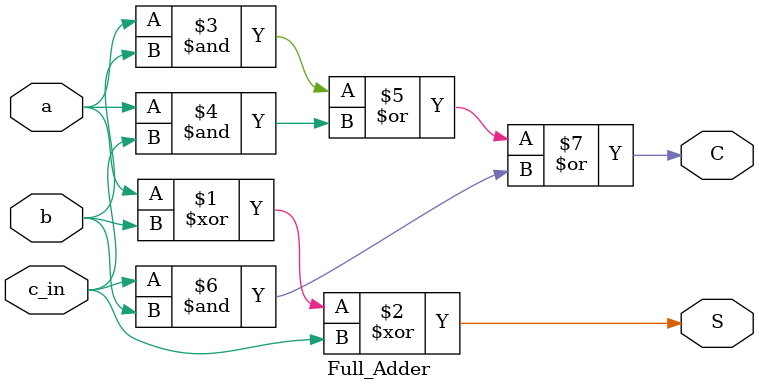
<source format=v>
`timescale 1ns / 1ps

module Full_Adder(
input a,b,c_in,
output S,C
    );
assign S=a^b^c_in;
assign C=(a&b)|(a&c_in)|(c_in&b);
// |- or, ~- not, ^- xor, ~^- xnor,~|- nor, ~&- Nand
endmodule

</source>
